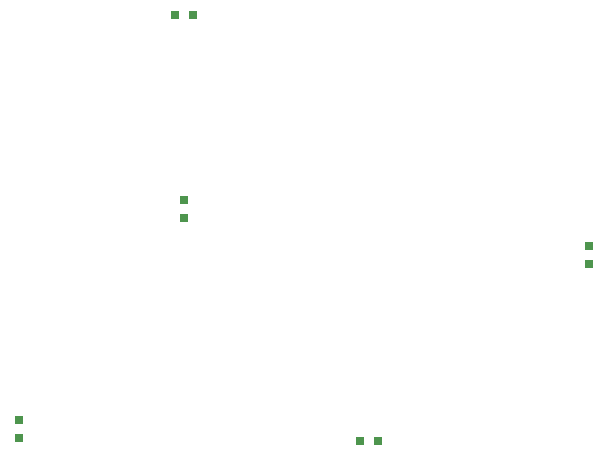
<source format=gbr>
G04 #@! TF.FileFunction,Paste,Bot*
%FSLAX46Y46*%
G04 Gerber Fmt 4.6, Leading zero omitted, Abs format (unit mm)*
G04 Created by KiCad (PCBNEW (after 2015-mar-04 BZR unknown)-product) date Fri 28 Oct 2016 10:27:18 AM CEST*
%MOMM*%
G01*
G04 APERTURE LIST*
%ADD10C,0.100000*%
%ADD11R,0.800000X0.750000*%
%ADD12R,0.750000X0.800000*%
G04 APERTURE END LIST*
D10*
D11*
X187641800Y-98247200D03*
X189141800Y-98247200D03*
D12*
X158750000Y-96506600D03*
X158750000Y-98006600D03*
X172720000Y-79363000D03*
X172720000Y-77863000D03*
X207010000Y-81800000D03*
X207010000Y-83300000D03*
D11*
X171970000Y-62230000D03*
X173470000Y-62230000D03*
M02*

</source>
